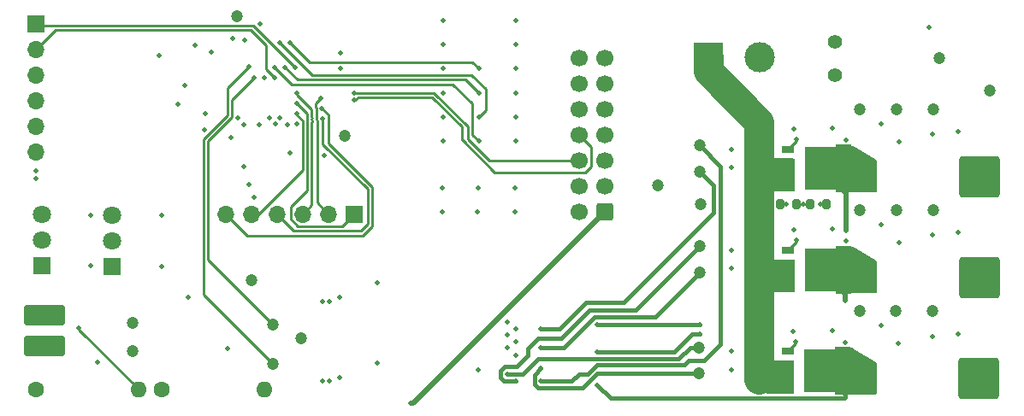
<source format=gbl>
G04 #@! TF.GenerationSoftware,KiCad,Pcbnew,(6.0.5)*
G04 #@! TF.CreationDate,2022-05-31T01:04:28-04:00*
G04 #@! TF.ProjectId,GoldESC,476f6c64-4553-4432-9e6b-696361645f70,rev?*
G04 #@! TF.SameCoordinates,Original*
G04 #@! TF.FileFunction,Copper,L4,Bot*
G04 #@! TF.FilePolarity,Positive*
%FSLAX46Y46*%
G04 Gerber Fmt 4.6, Leading zero omitted, Abs format (unit mm)*
G04 Created by KiCad (PCBNEW (6.0.5)) date 2022-05-31 01:04:28*
%MOMM*%
%LPD*%
G01*
G04 APERTURE LIST*
G04 Aperture macros list*
%AMRoundRect*
0 Rectangle with rounded corners*
0 $1 Rounding radius*
0 $2 $3 $4 $5 $6 $7 $8 $9 X,Y pos of 4 corners*
0 Add a 4 corners polygon primitive as box body*
4,1,4,$2,$3,$4,$5,$6,$7,$8,$9,$2,$3,0*
0 Add four circle primitives for the rounded corners*
1,1,$1+$1,$2,$3*
1,1,$1+$1,$4,$5*
1,1,$1+$1,$6,$7*
1,1,$1+$1,$8,$9*
0 Add four rect primitives between the rounded corners*
20,1,$1+$1,$2,$3,$4,$5,0*
20,1,$1+$1,$4,$5,$6,$7,0*
20,1,$1+$1,$6,$7,$8,$9,0*
20,1,$1+$1,$8,$9,$2,$3,0*%
%AMFreePoly0*
4,1,9,2.975000,-2.350000,1.425000,-2.350000,1.425000,-2.100000,-1.650000,-2.100000,-1.650000,2.100000,1.425000,2.100000,1.425000,2.350000,2.975000,2.350000,2.975000,-2.350000,2.975000,-2.350000,$1*%
G04 Aperture macros list end*
G04 #@! TA.AperFunction,ComponentPad*
%ADD10C,1.200000*%
G04 #@! TD*
G04 #@! TA.AperFunction,ComponentPad*
%ADD11R,3.000000X3.000000*%
G04 #@! TD*
G04 #@! TA.AperFunction,ComponentPad*
%ADD12C,3.000000*%
G04 #@! TD*
G04 #@! TA.AperFunction,ComponentPad*
%ADD13R,1.700000X1.700000*%
G04 #@! TD*
G04 #@! TA.AperFunction,ComponentPad*
%ADD14O,1.700000X1.700000*%
G04 #@! TD*
G04 #@! TA.AperFunction,ComponentPad*
%ADD15R,1.800000X1.800000*%
G04 #@! TD*
G04 #@! TA.AperFunction,ComponentPad*
%ADD16C,1.800000*%
G04 #@! TD*
G04 #@! TA.AperFunction,ComponentPad*
%ADD17C,1.600000*%
G04 #@! TD*
G04 #@! TA.AperFunction,ComponentPad*
%ADD18O,1.600000X1.600000*%
G04 #@! TD*
G04 #@! TA.AperFunction,ComponentPad*
%ADD19RoundRect,0.250000X-1.000000X1.000000X-1.000000X-1.000000X1.000000X-1.000000X1.000000X1.000000X0*%
G04 #@! TD*
G04 #@! TA.AperFunction,ComponentPad*
%ADD20RoundRect,0.250000X-1.000000X-1.000000X1.000000X-1.000000X1.000000X1.000000X-1.000000X1.000000X0*%
G04 #@! TD*
G04 #@! TA.AperFunction,ComponentPad*
%ADD21RoundRect,0.250000X1.000000X1.000000X-1.000000X1.000000X-1.000000X-1.000000X1.000000X-1.000000X0*%
G04 #@! TD*
G04 #@! TA.AperFunction,ComponentPad*
%ADD22RoundRect,0.250000X1.000000X-1.000000X1.000000X1.000000X-1.000000X1.000000X-1.000000X-1.000000X0*%
G04 #@! TD*
G04 #@! TA.AperFunction,ComponentPad*
%ADD23C,1.400000*%
G04 #@! TD*
G04 #@! TA.AperFunction,ComponentPad*
%ADD24RoundRect,0.200000X1.050000X-0.800000X1.050000X0.800000X-1.050000X0.800000X-1.050000X-0.800000X0*%
G04 #@! TD*
G04 #@! TA.AperFunction,ComponentPad*
%ADD25RoundRect,0.200000X-1.050000X0.800000X-1.050000X-0.800000X1.050000X-0.800000X1.050000X0.800000X0*%
G04 #@! TD*
G04 #@! TA.AperFunction,ComponentPad*
%ADD26RoundRect,0.250000X0.600000X0.600000X-0.600000X0.600000X-0.600000X-0.600000X0.600000X-0.600000X0*%
G04 #@! TD*
G04 #@! TA.AperFunction,ComponentPad*
%ADD27C,1.700000*%
G04 #@! TD*
G04 #@! TA.AperFunction,SMDPad,CuDef*
%ADD28R,1.150000X0.700000*%
G04 #@! TD*
G04 #@! TA.AperFunction,SMDPad,CuDef*
%ADD29FreePoly0,0.000000*%
G04 #@! TD*
G04 #@! TA.AperFunction,SMDPad,CuDef*
%ADD30RoundRect,0.200000X0.200000X0.275000X-0.200000X0.275000X-0.200000X-0.275000X0.200000X-0.275000X0*%
G04 #@! TD*
G04 #@! TA.AperFunction,ViaPad*
%ADD31C,0.508000*%
G04 #@! TD*
G04 #@! TA.AperFunction,Conductor*
%ADD32C,0.254000*%
G04 #@! TD*
G04 #@! TA.AperFunction,Conductor*
%ADD33C,3.000000*%
G04 #@! TD*
G04 #@! TA.AperFunction,Conductor*
%ADD34C,0.508000*%
G04 #@! TD*
G04 #@! TA.AperFunction,Conductor*
%ADD35C,0.400000*%
G04 #@! TD*
G04 APERTURE END LIST*
D10*
X230349000Y-88834000D03*
D11*
X208160000Y-63700000D03*
D12*
X213240000Y-63700000D03*
D10*
X151180000Y-92800000D03*
X207300000Y-82400000D03*
X163000000Y-85800000D03*
D13*
X141600000Y-60400000D03*
D14*
X141600000Y-62940000D03*
X141600000Y-65480000D03*
X141600000Y-68020000D03*
X141600000Y-70560000D03*
X141600000Y-73100000D03*
D10*
X172200000Y-71450000D03*
X236050000Y-66950000D03*
X207300000Y-72400000D03*
X230400000Y-78800000D03*
X151180000Y-90000000D03*
X223200000Y-78800000D03*
X207249000Y-95034000D03*
D15*
X142225000Y-84340000D03*
D16*
X142225000Y-81800000D03*
X142225000Y-79260000D03*
D10*
X161500000Y-59600000D03*
D17*
X141600000Y-96600000D03*
D18*
X151760000Y-96600000D03*
D10*
X207249000Y-92434000D03*
D13*
X173125000Y-79225000D03*
D14*
X170585000Y-79225000D03*
X168045000Y-79225000D03*
X165505000Y-79225000D03*
X162965000Y-79225000D03*
X160425000Y-79225000D03*
D19*
X235766000Y-74734000D03*
D20*
X234234000Y-74734000D03*
D21*
X235766000Y-76266000D03*
D22*
X234234000Y-76266000D03*
D10*
X226800000Y-78800000D03*
X207400000Y-78200000D03*
D17*
X154100000Y-96600000D03*
D18*
X164260000Y-96600000D03*
D23*
X220700000Y-65450000D03*
X220700000Y-62150000D03*
D22*
X234234000Y-86266000D03*
D21*
X235766000Y-86266000D03*
D20*
X234234000Y-84734000D03*
D19*
X235766000Y-84734000D03*
D15*
X149200000Y-84440000D03*
D16*
X149200000Y-81900000D03*
X149200000Y-79360000D03*
D24*
X141734000Y-89276000D03*
D25*
X143266000Y-89276000D03*
X143266000Y-92324000D03*
D24*
X141734000Y-92324000D03*
D26*
X197940000Y-79020000D03*
D27*
X195400000Y-79020000D03*
X197940000Y-76480000D03*
X195400000Y-76480000D03*
X197940000Y-73940000D03*
X195400000Y-73940000D03*
X197940000Y-71400000D03*
X195400000Y-71400000D03*
X197940000Y-68860000D03*
X195400000Y-68860000D03*
X197940000Y-66320000D03*
X195400000Y-66320000D03*
X197940000Y-63780000D03*
X195400000Y-63780000D03*
D10*
X226800000Y-68800000D03*
X165080000Y-90200000D03*
X230400000Y-68800000D03*
X226749000Y-88834000D03*
X207300000Y-85000000D03*
X165080000Y-94100000D03*
X223149000Y-88834000D03*
X207300000Y-75000000D03*
X231000000Y-63800000D03*
X167850000Y-91550000D03*
X203200000Y-76350000D03*
X223200000Y-68800000D03*
D21*
X235715000Y-96300000D03*
D20*
X234183000Y-94768000D03*
D22*
X234183000Y-96300000D03*
D19*
X235715000Y-94768000D03*
D28*
X216081000Y-76626000D03*
X216081000Y-75356000D03*
X216081000Y-74076000D03*
X216081000Y-72806000D03*
D29*
X219351000Y-74716000D03*
D30*
X219888096Y-78200000D03*
X218238096Y-78200000D03*
D28*
X216081000Y-86626000D03*
X216081000Y-85356000D03*
X216081000Y-84076000D03*
X216081000Y-82806000D03*
D29*
X219351000Y-84716000D03*
D28*
X216030000Y-96660000D03*
X216030000Y-95390000D03*
X216030000Y-94110000D03*
X216030000Y-92840000D03*
D29*
X219300000Y-94750000D03*
D30*
X216925000Y-78200000D03*
X215275000Y-78200000D03*
D31*
X223615000Y-94100000D03*
X224116000Y-86766000D03*
X224616000Y-86266000D03*
X223666000Y-86266000D03*
X223166000Y-85716000D03*
X230378500Y-81328500D03*
X227016000Y-82016000D03*
X221800000Y-80900000D03*
X232865000Y-91100000D03*
X225265000Y-90300000D03*
X220415000Y-90750000D03*
X216849000Y-91834000D03*
X224566000Y-85216000D03*
X223666000Y-85166000D03*
X224116000Y-84666000D03*
X222716000Y-86266000D03*
X221800000Y-81900000D03*
X161628353Y-69669500D03*
X162190295Y-70370040D03*
X160900000Y-71650000D03*
X164200000Y-65750000D03*
X162169500Y-74554541D03*
X162668784Y-76284011D03*
X163250000Y-77544544D03*
X185400000Y-76600000D03*
X164750000Y-69650000D03*
X185350000Y-79000000D03*
X163755428Y-70369500D03*
X166750000Y-62200000D03*
X185450000Y-64800000D03*
X185450000Y-72000000D03*
X165250000Y-64650000D03*
X166250000Y-64650000D03*
X185450000Y-67200000D03*
X165750000Y-62200000D03*
X185450000Y-69600000D03*
X173150000Y-67200000D03*
X173150000Y-67950000D03*
X221800000Y-71900000D03*
X210500000Y-74600000D03*
X210500000Y-84600000D03*
X221749000Y-91934000D03*
X210449000Y-94634000D03*
X163250000Y-65750000D03*
X217600000Y-78200000D03*
X154065989Y-84400000D03*
X165330500Y-70289506D03*
X154100000Y-79300000D03*
X165750000Y-69650000D03*
X147050000Y-84300000D03*
X166491501Y-70343436D03*
X167419500Y-70255428D03*
X147050000Y-79300000D03*
X167450000Y-68250000D03*
X188300000Y-89900000D03*
X169850000Y-67750000D03*
X189100000Y-90600000D03*
X188300000Y-91200000D03*
X167450000Y-67250000D03*
X169981307Y-69756117D03*
X189100000Y-91900000D03*
X188300000Y-92500000D03*
X167450000Y-69250000D03*
X169941033Y-68745418D03*
X189100000Y-93200000D03*
X162669500Y-64623597D03*
X145850000Y-90500000D03*
X165250000Y-65750000D03*
X167250000Y-64650000D03*
X158400000Y-69300000D03*
X156400000Y-66500000D03*
X215900000Y-78200000D03*
X189100000Y-64800000D03*
X189100000Y-60000000D03*
X189100000Y-62400000D03*
X230000000Y-60700000D03*
X189100000Y-67200000D03*
X160627500Y-92527500D03*
X216600000Y-80800000D03*
X216549000Y-90834000D03*
X216600000Y-70800000D03*
X171700000Y-95400000D03*
X166750000Y-73150000D03*
X175400000Y-86062500D03*
X153825000Y-63475000D03*
X155700000Y-68300000D03*
X189000000Y-76600000D03*
X227016000Y-72016000D03*
X226965000Y-92050000D03*
X232916000Y-71066000D03*
X232916000Y-81066000D03*
X189000000Y-79000000D03*
X147700000Y-93900000D03*
X162250000Y-61950000D03*
X189100000Y-72000000D03*
X163800000Y-60400000D03*
X175400000Y-94000000D03*
X189100000Y-69600000D03*
X225316000Y-70266000D03*
X225316000Y-80266000D03*
X171700000Y-87500000D03*
X157400000Y-62500000D03*
X185425000Y-94625000D03*
X220466000Y-70716000D03*
X220466000Y-80716000D03*
X171800000Y-64775000D03*
X181962500Y-72000000D03*
X170000000Y-87900000D03*
X159012500Y-63137500D03*
X181862500Y-76600000D03*
X181962500Y-67200000D03*
X181962500Y-64800000D03*
X161112500Y-61787500D03*
X170150000Y-73400000D03*
X219300000Y-78200000D03*
X158293843Y-70893843D03*
X181850000Y-79000000D03*
X181962500Y-62400000D03*
X170700000Y-87900000D03*
X181962500Y-60000000D03*
X230378500Y-71328500D03*
X230327500Y-91362500D03*
X181962500Y-69600000D03*
X171800000Y-63225000D03*
X156700000Y-87500000D03*
X178725000Y-98000000D03*
X141600000Y-75700000D03*
X170000000Y-95800000D03*
X141600000Y-74900000D03*
X170700000Y-95800000D03*
X207300000Y-90200000D03*
X224566000Y-74116000D03*
X222716000Y-76266000D03*
X222716000Y-75216000D03*
X223166000Y-76766000D03*
X224566000Y-75216000D03*
X224116000Y-75716000D03*
X223166000Y-75716000D03*
X223666000Y-74066000D03*
X223666000Y-75166000D03*
X223666000Y-76266000D03*
X224116000Y-76766000D03*
X222766000Y-74066000D03*
X224616000Y-76266000D03*
X197200000Y-90200000D03*
X223166000Y-74666000D03*
X224116000Y-74666000D03*
X191600000Y-90600000D03*
X224566000Y-84116000D03*
X221750000Y-87800000D03*
X222716000Y-85216000D03*
X223166000Y-86766000D03*
X224116000Y-85716000D03*
X197200000Y-92896980D03*
X207300000Y-91150000D03*
X223666000Y-84066000D03*
X222766000Y-84066000D03*
X223166000Y-84666000D03*
X191600000Y-92500000D03*
X224515000Y-94150000D03*
X222665000Y-96300000D03*
X222665000Y-95250000D03*
X223115000Y-96800000D03*
X224515000Y-95250000D03*
X224065000Y-95750000D03*
X223115000Y-95750000D03*
X223615000Y-95200000D03*
X223615000Y-96300000D03*
X224065000Y-96800000D03*
X222715000Y-94100000D03*
X224565000Y-96300000D03*
X197200000Y-96200000D03*
X223115000Y-94700000D03*
X224065000Y-94700000D03*
X191600000Y-94500000D03*
X191600000Y-95800000D03*
X189100000Y-95800000D03*
X188300000Y-95100000D03*
X216900000Y-71800000D03*
X210500000Y-72800000D03*
X216900000Y-81800000D03*
X210500000Y-82800000D03*
X210449000Y-92834000D03*
D32*
X184800000Y-64150000D02*
X168700000Y-64150000D01*
X168700000Y-64150000D02*
X166750000Y-62200000D01*
X185450000Y-64800000D02*
X184800000Y-64150000D01*
X182900000Y-66350000D02*
X166950000Y-66350000D01*
X184800000Y-71350000D02*
X184800000Y-68250000D01*
X185450000Y-72000000D02*
X184800000Y-71350000D01*
X166950000Y-66350000D02*
X165250000Y-64650000D01*
X184800000Y-68250000D02*
X182900000Y-66350000D01*
X185450000Y-67200000D02*
X184146480Y-65896480D01*
X184146480Y-65896480D02*
X167496480Y-65896480D01*
X167496480Y-65896480D02*
X166250000Y-64650000D01*
X165750000Y-62200000D02*
X168992960Y-65442960D01*
X184742960Y-65442960D02*
X186150000Y-66850000D01*
X168992960Y-65442960D02*
X184742960Y-65442960D01*
X186150000Y-68900000D02*
X185450000Y-69600000D01*
X186150000Y-66850000D02*
X186150000Y-68900000D01*
X173150000Y-67200000D02*
X181024842Y-67200000D01*
X181024842Y-67200000D02*
X184346480Y-70521638D01*
X184346480Y-71796480D02*
X186490000Y-73940000D01*
X186490000Y-73940000D02*
X195400000Y-73940000D01*
X184346480Y-70521638D02*
X184346480Y-71796480D01*
X173150000Y-67950000D02*
X173220968Y-67950000D01*
X195400000Y-71400000D02*
X196576511Y-72576511D01*
X183750000Y-70566532D02*
X183750000Y-71850000D01*
X180836988Y-67653520D02*
X183750000Y-70566532D01*
X196576511Y-74523489D02*
X195983489Y-75116511D01*
X173517448Y-67653520D02*
X180836988Y-67653520D01*
X173220968Y-67950000D02*
X173517448Y-67653520D01*
X187025137Y-75116511D02*
X183750000Y-71841374D01*
X195983489Y-75116511D02*
X187025137Y-75116511D01*
X183750000Y-71841374D02*
X183750000Y-71650000D01*
X196576511Y-72576511D02*
X196576511Y-74523489D01*
X165080000Y-90200000D02*
X158653511Y-83773511D01*
X158653511Y-71996489D02*
X161049022Y-69600978D01*
X161049022Y-67950978D02*
X163250000Y-65750000D01*
X161049022Y-69600978D02*
X161049022Y-67950978D01*
X158653511Y-83773511D02*
X158653511Y-71996489D01*
X218238096Y-78200000D02*
X216925000Y-78200000D01*
X166868489Y-78481511D02*
X166868489Y-79718489D01*
X167551511Y-80401511D02*
X171948489Y-80401511D01*
X168453509Y-69762431D02*
X168453511Y-69762433D01*
X168453509Y-69762428D02*
X168453509Y-69762431D01*
X168453509Y-69386729D02*
X168453509Y-69578750D01*
X168453511Y-69876689D02*
X168489642Y-69985081D01*
X168453511Y-69386727D02*
X168453509Y-69386729D01*
X171948489Y-80401511D02*
X173125000Y-79225000D01*
X168450000Y-75041361D02*
X168450000Y-76900000D01*
X168453511Y-75037851D02*
X168450000Y-75041361D01*
X168453511Y-70057343D02*
X168453511Y-75037851D01*
X167450000Y-68250000D02*
X168453511Y-69253511D01*
X168453511Y-69253511D02*
X168453511Y-69386727D01*
X168489642Y-69985081D02*
X168453511Y-70057343D01*
X168453511Y-69762433D02*
X168453511Y-69876689D01*
X168453507Y-69762425D02*
X168453509Y-69762428D01*
X166868489Y-79718489D02*
X167551511Y-80401511D01*
X168453509Y-69578750D02*
X168453507Y-69762425D01*
X168450000Y-76900000D02*
X166868489Y-78481511D01*
X169353511Y-68246489D02*
X169353511Y-68662150D01*
X169416598Y-69571906D02*
X169375874Y-69775521D01*
X169360533Y-68669173D02*
X169360533Y-69487808D01*
X169850000Y-67750000D02*
X169353511Y-68246489D01*
X169468926Y-70054678D02*
X169468926Y-78108926D01*
X169360533Y-69487808D02*
X169416598Y-69571906D01*
X169468926Y-78108926D02*
X170585000Y-79225000D01*
X169353511Y-68662150D02*
X169360533Y-68669173D01*
X169375874Y-69775521D02*
X169468926Y-70054678D01*
X168979284Y-70019879D02*
X168907022Y-70164402D01*
X167450000Y-67250000D02*
X167450000Y-67400001D01*
X168907022Y-74377857D02*
X168907022Y-78362978D01*
X167450000Y-67400001D02*
X168907022Y-68857023D01*
X168907022Y-68857023D02*
X168907022Y-69625119D01*
X168907022Y-78362978D02*
X168045000Y-79225000D01*
X168907024Y-74190006D02*
X168907022Y-74377857D01*
X168907551Y-69804679D02*
X168979284Y-70019879D01*
X168907022Y-74190004D02*
X168907024Y-74190006D01*
X168907022Y-70164402D02*
X168907022Y-74190004D01*
X168907022Y-69625119D02*
X168935053Y-69667166D01*
X168935053Y-69667166D02*
X168907551Y-69804679D01*
X169981307Y-72281307D02*
X169981307Y-69756117D01*
X174446489Y-76746489D02*
X169981307Y-72281307D01*
X173803616Y-80855022D02*
X174446489Y-80212149D01*
X167135022Y-80855022D02*
X173803616Y-80855022D01*
X174446489Y-80212149D02*
X174446489Y-76746489D01*
X165505000Y-79225000D02*
X167135022Y-80855022D01*
X167999998Y-69950278D02*
X167999998Y-69950282D01*
X163625000Y-79225000D02*
X162965000Y-79225000D01*
X168000000Y-74850000D02*
X163625000Y-79225000D01*
X167450000Y-69400280D02*
X167999998Y-69950278D01*
X167999998Y-69950282D02*
X168000000Y-69950283D01*
X168000000Y-69950283D02*
X168000000Y-74850000D01*
X167450000Y-69250000D02*
X167450000Y-69400280D01*
X170561808Y-69996569D02*
X170550000Y-70008377D01*
X170550000Y-69503857D02*
X170561808Y-69515665D01*
X170561808Y-69515665D02*
X170561808Y-69996569D01*
X169945418Y-68745418D02*
X170550000Y-69350000D01*
X170550000Y-72208638D02*
X174900000Y-76558639D01*
X173950000Y-81350000D02*
X162550000Y-81350000D01*
X174900000Y-76558639D02*
X174900000Y-80400000D01*
X169941033Y-68745418D02*
X169945418Y-68745418D01*
X162550000Y-81350000D02*
X160425000Y-79225000D01*
X174900000Y-80400000D02*
X173950000Y-81350000D01*
X170550000Y-70008377D02*
X170550000Y-72208638D01*
X170550000Y-69350000D02*
X170550000Y-69503857D01*
X160595511Y-69413127D02*
X158200000Y-71808639D01*
X158200000Y-87220000D02*
X165080000Y-94100000D01*
X160595511Y-66697586D02*
X160595511Y-69413127D01*
X162669500Y-64623597D02*
X160595511Y-66697586D01*
X158200000Y-71808639D02*
X158200000Y-87220000D01*
X145850000Y-90500000D02*
X145850000Y-90650000D01*
X151760000Y-96560000D02*
X151760000Y-96600000D01*
X145850000Y-90650000D02*
X151760000Y-96560000D01*
X164400000Y-62500000D02*
X162903520Y-61003520D01*
X165250000Y-65750000D02*
X164400000Y-64900000D01*
X164400000Y-64900000D02*
X164400000Y-62500000D01*
X143536480Y-61003520D02*
X141600000Y-62940000D01*
X162903520Y-61003520D02*
X143536480Y-61003520D01*
X163559543Y-60980511D02*
X163129032Y-60550000D01*
X163129032Y-60550000D02*
X141750000Y-60550000D01*
X141750000Y-60550000D02*
X141600000Y-60400000D01*
X163580511Y-60980511D02*
X163559543Y-60980511D01*
X167250000Y-64650000D02*
X163580511Y-60980511D01*
D33*
X213200000Y-74600000D02*
X213200000Y-76350000D01*
X208160000Y-65060000D02*
X213200000Y-70100000D01*
X213200000Y-86200000D02*
X213200000Y-93850000D01*
D32*
X216030000Y-95390000D02*
X214740000Y-95390000D01*
X215900000Y-78200000D02*
X215275000Y-78200000D01*
X216081000Y-76626000D02*
X213476000Y-76626000D01*
X216030000Y-96660000D02*
X214260000Y-96660000D01*
X214740000Y-95390000D02*
X213200000Y-93850000D01*
D33*
X213200000Y-76350000D02*
X213200000Y-84550000D01*
D32*
X213626000Y-86626000D02*
X213200000Y-86200000D01*
D33*
X213200000Y-84550000D02*
X213200000Y-86200000D01*
X213200000Y-70100000D02*
X213200000Y-74600000D01*
D32*
X216081000Y-75356000D02*
X214194000Y-75356000D01*
X213674000Y-84076000D02*
X213200000Y-84550000D01*
D33*
X213200000Y-93850000D02*
X213200000Y-95600000D01*
D32*
X214260000Y-96660000D02*
X213200000Y-95600000D01*
X214194000Y-75356000D02*
X213200000Y-76350000D01*
X213724000Y-74076000D02*
X213200000Y-74600000D01*
X214006000Y-85356000D02*
X213200000Y-84550000D01*
X216081000Y-85356000D02*
X214006000Y-85356000D01*
X216081000Y-84076000D02*
X213674000Y-84076000D01*
X213476000Y-76626000D02*
X213200000Y-76350000D01*
X213460000Y-94110000D02*
X213200000Y-93850000D01*
X216081000Y-74076000D02*
X213724000Y-74076000D01*
X216030000Y-94110000D02*
X213460000Y-94110000D01*
D33*
X208160000Y-63700000D02*
X208160000Y-65060000D01*
D32*
X216081000Y-86626000D02*
X213626000Y-86626000D01*
X219300000Y-78200000D02*
X219888096Y-78200000D01*
D34*
X178960000Y-98000000D02*
X197940000Y-79020000D01*
X178725000Y-98000000D02*
X178960000Y-98000000D01*
D35*
X197200000Y-90200000D02*
X207300000Y-90200000D01*
D34*
X221800000Y-80900000D02*
X221800000Y-77165000D01*
X221800000Y-77165000D02*
X219351000Y-74716000D01*
D35*
X191600000Y-90600000D02*
X193450000Y-90600000D01*
X208700000Y-76400000D02*
X207300000Y-75000000D01*
X208700000Y-79100000D02*
X208700000Y-76400000D01*
X199800000Y-88000000D02*
X208700000Y-79100000D01*
X196050000Y-88000000D02*
X199800000Y-88000000D01*
X193450000Y-90600000D02*
X196050000Y-88000000D01*
X206550000Y-91150000D02*
X207300000Y-91150000D01*
X204803020Y-92896980D02*
X206550000Y-91150000D01*
D34*
X221750000Y-87800000D02*
X221750000Y-87115000D01*
X221750000Y-87115000D02*
X219351000Y-84716000D01*
D35*
X197200000Y-92896980D02*
X204803020Y-92896980D01*
X202900000Y-89400000D02*
X207300000Y-85000000D01*
X196950000Y-89400000D02*
X202900000Y-89400000D01*
X191600000Y-92500000D02*
X193850000Y-92500000D01*
X193850000Y-92500000D02*
X196950000Y-89400000D01*
X221700000Y-97400000D02*
X221700000Y-97150000D01*
X198499520Y-97499520D02*
X221600480Y-97499520D01*
X221700000Y-97150000D02*
X219300000Y-94750000D01*
X197200000Y-96200000D02*
X198499520Y-97499520D01*
X221600480Y-97499520D02*
X221700000Y-97400000D01*
X190946489Y-96096489D02*
X190946489Y-95153511D01*
X195718544Y-96453511D02*
X191303511Y-96453511D01*
X191303511Y-96453511D02*
X190946489Y-96096489D01*
X207249000Y-95034000D02*
X197138055Y-95034000D01*
X190946489Y-95153511D02*
X191600000Y-94500000D01*
X197138055Y-95034000D02*
X195718544Y-96453511D01*
X209400000Y-74500000D02*
X207300000Y-72400000D01*
X209400000Y-92100000D02*
X209400000Y-74500000D01*
X191600000Y-95800000D02*
X194650000Y-95800000D01*
X195350000Y-95100000D02*
X196224205Y-95100000D01*
X206200000Y-93750000D02*
X207750000Y-93750000D01*
X194650000Y-95800000D02*
X195350000Y-95100000D01*
X205800000Y-94150000D02*
X206200000Y-93750000D01*
X207750000Y-93750000D02*
X209400000Y-92100000D01*
X197174205Y-94150000D02*
X205800000Y-94150000D01*
X196224205Y-95100000D02*
X197174205Y-94150000D01*
X196400000Y-88750000D02*
X200950000Y-88750000D01*
X190300000Y-93250000D02*
X190300000Y-92550000D01*
X187600000Y-94750000D02*
X188000000Y-94350000D01*
X190300000Y-92550000D02*
X191350000Y-91500000D01*
X193650000Y-91500000D02*
X196400000Y-88750000D01*
X187950000Y-95800000D02*
X187600000Y-95450000D01*
X187600000Y-95450000D02*
X187600000Y-94750000D01*
X189200000Y-94350000D02*
X190300000Y-93250000D01*
X188000000Y-94350000D02*
X189200000Y-94350000D01*
X191350000Y-91500000D02*
X193650000Y-91500000D01*
X189100000Y-95800000D02*
X187950000Y-95800000D01*
X200950000Y-88750000D02*
X207300000Y-82400000D01*
X188300000Y-95100000D02*
X189800000Y-95100000D01*
X205249520Y-93550480D02*
X206366000Y-92434000D01*
X189800000Y-95100000D02*
X191349520Y-93550480D01*
X206366000Y-92434000D02*
X207249000Y-92434000D01*
X191349520Y-93550480D02*
X205249520Y-93550480D01*
D32*
X216900000Y-71800000D02*
X216900000Y-71987000D01*
X216900000Y-71987000D02*
X216081000Y-72806000D01*
X216900000Y-81800000D02*
X216900000Y-81987000D01*
X216900000Y-81800000D02*
X216900000Y-81987000D01*
X216900000Y-81987000D02*
X216081000Y-82806000D01*
X216900000Y-81987000D02*
X216081000Y-82806000D01*
X216849000Y-91834000D02*
X216849000Y-92021000D01*
X216849000Y-91834000D02*
X216849000Y-92021000D01*
X216849000Y-92021000D02*
X216030000Y-92840000D01*
X216849000Y-92021000D02*
X216030000Y-92840000D01*
G04 #@! TA.AperFunction,Conductor*
G36*
X216643039Y-73719685D02*
G01*
X216688794Y-73772489D01*
X216700000Y-73824000D01*
X216700000Y-76876000D01*
X216680315Y-76943039D01*
X216627511Y-76988794D01*
X216576000Y-77000000D01*
X214124000Y-77000000D01*
X214056961Y-76980315D01*
X214011206Y-76927511D01*
X214000000Y-76876000D01*
X214000000Y-73824000D01*
X214019685Y-73756961D01*
X214072489Y-73711206D01*
X214124000Y-73700000D01*
X216576000Y-73700000D01*
X216643039Y-73719685D01*
G37*
G04 #@! TD.AperFunction*
G04 #@! TA.AperFunction,Conductor*
G36*
X216643039Y-83719685D02*
G01*
X216688794Y-83772489D01*
X216700000Y-83824000D01*
X216700000Y-86876000D01*
X216680315Y-86943039D01*
X216627511Y-86988794D01*
X216576000Y-87000000D01*
X214124000Y-87000000D01*
X214056961Y-86980315D01*
X214011206Y-86927511D01*
X214000000Y-86876000D01*
X214000000Y-83824000D01*
X214019685Y-83756961D01*
X214072489Y-83711206D01*
X214124000Y-83700000D01*
X216576000Y-83700000D01*
X216643039Y-83719685D01*
G37*
G04 #@! TD.AperFunction*
G04 #@! TA.AperFunction,Conductor*
G36*
X216592039Y-93753685D02*
G01*
X216637794Y-93806489D01*
X216649000Y-93858000D01*
X216649000Y-96910000D01*
X216629315Y-96977039D01*
X216576511Y-97022794D01*
X216525000Y-97034000D01*
X214073000Y-97034000D01*
X214005961Y-97014315D01*
X213960206Y-96961511D01*
X213949000Y-96910000D01*
X213949000Y-93858000D01*
X213968685Y-93790961D01*
X214021489Y-93745206D01*
X214073000Y-93734000D01*
X216525000Y-93734000D01*
X216592039Y-93753685D01*
G37*
G04 #@! TD.AperFunction*
G04 #@! TA.AperFunction,Conductor*
G36*
X222443015Y-72442363D02*
G01*
X222459996Y-72450703D01*
X222826882Y-72666519D01*
X224803885Y-73829462D01*
X224852459Y-73881241D01*
X224866000Y-73938066D01*
X224866000Y-76940000D01*
X224845998Y-77008121D01*
X224792342Y-77054614D01*
X224740000Y-77066000D01*
X221790667Y-77066000D01*
X221722546Y-77045998D01*
X221676053Y-76992342D01*
X221664674Y-76941340D01*
X221620518Y-72790621D01*
X221639794Y-72722292D01*
X221692952Y-72675231D01*
X221763174Y-72664388D01*
X221774342Y-72665878D01*
X221783930Y-72667157D01*
X221790941Y-72666519D01*
X221790945Y-72666519D01*
X221947273Y-72652292D01*
X221947275Y-72652292D01*
X221954292Y-72651653D01*
X221960990Y-72649477D01*
X221960993Y-72649476D01*
X222110289Y-72600966D01*
X222110291Y-72600965D01*
X222116985Y-72598790D01*
X222263924Y-72511197D01*
X222269030Y-72506335D01*
X222309220Y-72468063D01*
X222372345Y-72435570D01*
X222443015Y-72442363D01*
G37*
G04 #@! TD.AperFunction*
G04 #@! TA.AperFunction,Conductor*
G36*
X222392015Y-92476363D02*
G01*
X222408996Y-92484703D01*
X222775882Y-92700519D01*
X224752885Y-93863462D01*
X224801459Y-93915241D01*
X224815000Y-93972066D01*
X224815000Y-96974000D01*
X224794998Y-97042121D01*
X224741342Y-97088614D01*
X224689000Y-97100000D01*
X221739667Y-97100000D01*
X221671546Y-97079998D01*
X221625053Y-97026342D01*
X221613674Y-96975340D01*
X221569518Y-92824621D01*
X221588794Y-92756292D01*
X221641952Y-92709231D01*
X221712174Y-92698388D01*
X221723342Y-92699878D01*
X221732930Y-92701157D01*
X221739941Y-92700519D01*
X221739945Y-92700519D01*
X221896273Y-92686292D01*
X221896275Y-92686292D01*
X221903292Y-92685653D01*
X221909990Y-92683477D01*
X221909993Y-92683476D01*
X222059289Y-92634966D01*
X222059291Y-92634965D01*
X222065985Y-92632790D01*
X222212924Y-92545197D01*
X222218030Y-92540335D01*
X222258220Y-92502063D01*
X222321345Y-92469570D01*
X222392015Y-92476363D01*
G37*
G04 #@! TD.AperFunction*
G04 #@! TA.AperFunction,Conductor*
G36*
X222443015Y-82442363D02*
G01*
X222459996Y-82450703D01*
X222826882Y-82666519D01*
X224803885Y-83829462D01*
X224852459Y-83881241D01*
X224866000Y-83938066D01*
X224866000Y-86940000D01*
X224845998Y-87008121D01*
X224792342Y-87054614D01*
X224740000Y-87066000D01*
X221790667Y-87066000D01*
X221722546Y-87045998D01*
X221676053Y-86992342D01*
X221664674Y-86941340D01*
X221620518Y-82790621D01*
X221639794Y-82722292D01*
X221692952Y-82675231D01*
X221763174Y-82664388D01*
X221774342Y-82665878D01*
X221783930Y-82667157D01*
X221790941Y-82666519D01*
X221790945Y-82666519D01*
X221947273Y-82652292D01*
X221947275Y-82652292D01*
X221954292Y-82651653D01*
X221960990Y-82649477D01*
X221960993Y-82649476D01*
X222110289Y-82600966D01*
X222110291Y-82600965D01*
X222116985Y-82598790D01*
X222263924Y-82511197D01*
X222269030Y-82506335D01*
X222309220Y-82468063D01*
X222372345Y-82435570D01*
X222443015Y-82442363D01*
G37*
G04 #@! TD.AperFunction*
G04 #@! TA.AperFunction,Conductor*
G36*
X222392015Y-92476363D02*
G01*
X222408996Y-92484703D01*
X222775882Y-92700519D01*
X224752885Y-93863462D01*
X224801459Y-93915241D01*
X224815000Y-93972066D01*
X224815000Y-96974000D01*
X224794998Y-97042121D01*
X224741342Y-97088614D01*
X224689000Y-97100000D01*
X221739667Y-97100000D01*
X221671546Y-97079998D01*
X221625053Y-97026342D01*
X221613674Y-96975340D01*
X221569518Y-92824621D01*
X221588794Y-92756292D01*
X221641952Y-92709231D01*
X221712174Y-92698388D01*
X221723342Y-92699878D01*
X221732930Y-92701157D01*
X221739941Y-92700519D01*
X221739945Y-92700519D01*
X221896273Y-92686292D01*
X221896275Y-92686292D01*
X221903292Y-92685653D01*
X221909990Y-92683477D01*
X221909993Y-92683476D01*
X222059289Y-92634966D01*
X222059291Y-92634965D01*
X222065985Y-92632790D01*
X222212924Y-92545197D01*
X222218030Y-92540335D01*
X222258220Y-92502063D01*
X222321345Y-92469570D01*
X222392015Y-92476363D01*
G37*
G04 #@! TD.AperFunction*
G04 #@! TA.AperFunction,Conductor*
G36*
X222443015Y-82442363D02*
G01*
X222459996Y-82450703D01*
X222826882Y-82666519D01*
X224803885Y-83829462D01*
X224852459Y-83881241D01*
X224866000Y-83938066D01*
X224866000Y-86940000D01*
X224845998Y-87008121D01*
X224792342Y-87054614D01*
X224740000Y-87066000D01*
X221790667Y-87066000D01*
X221722546Y-87045998D01*
X221676053Y-86992342D01*
X221664674Y-86941340D01*
X221620518Y-82790621D01*
X221639794Y-82722292D01*
X221692952Y-82675231D01*
X221763174Y-82664388D01*
X221774342Y-82665878D01*
X221783930Y-82667157D01*
X221790941Y-82666519D01*
X221790945Y-82666519D01*
X221947273Y-82652292D01*
X221947275Y-82652292D01*
X221954292Y-82651653D01*
X221960990Y-82649477D01*
X221960993Y-82649476D01*
X222110289Y-82600966D01*
X222110291Y-82600965D01*
X222116985Y-82598790D01*
X222263924Y-82511197D01*
X222269030Y-82506335D01*
X222309220Y-82468063D01*
X222372345Y-82435570D01*
X222443015Y-82442363D01*
G37*
G04 #@! TD.AperFunction*
G04 #@! TA.AperFunction,Conductor*
G36*
X222443015Y-82442363D02*
G01*
X222459996Y-82450703D01*
X222826882Y-82666519D01*
X224803885Y-83829462D01*
X224852459Y-83881241D01*
X224866000Y-83938066D01*
X224866000Y-86940000D01*
X224845998Y-87008121D01*
X224792342Y-87054614D01*
X224740000Y-87066000D01*
X221790667Y-87066000D01*
X221722546Y-87045998D01*
X221676053Y-86992342D01*
X221664674Y-86941340D01*
X221620518Y-82790621D01*
X221639794Y-82722292D01*
X221692952Y-82675231D01*
X221763174Y-82664388D01*
X221774342Y-82665878D01*
X221783930Y-82667157D01*
X221790941Y-82666519D01*
X221790945Y-82666519D01*
X221947273Y-82652292D01*
X221947275Y-82652292D01*
X221954292Y-82651653D01*
X221960990Y-82649477D01*
X221960993Y-82649476D01*
X222110289Y-82600966D01*
X222110291Y-82600965D01*
X222116985Y-82598790D01*
X222263924Y-82511197D01*
X222269030Y-82506335D01*
X222309220Y-82468063D01*
X222372345Y-82435570D01*
X222443015Y-82442363D01*
G37*
G04 #@! TD.AperFunction*
G04 #@! TA.AperFunction,Conductor*
G36*
X222392015Y-92476363D02*
G01*
X222408996Y-92484703D01*
X222775882Y-92700519D01*
X224752885Y-93863462D01*
X224801459Y-93915241D01*
X224815000Y-93972066D01*
X224815000Y-96974000D01*
X224794998Y-97042121D01*
X224741342Y-97088614D01*
X224689000Y-97100000D01*
X221739667Y-97100000D01*
X221671546Y-97079998D01*
X221625053Y-97026342D01*
X221613674Y-96975340D01*
X221569518Y-92824621D01*
X221588794Y-92756292D01*
X221641952Y-92709231D01*
X221712174Y-92698388D01*
X221723342Y-92699878D01*
X221732930Y-92701157D01*
X221739941Y-92700519D01*
X221739945Y-92700519D01*
X221896273Y-92686292D01*
X221896275Y-92686292D01*
X221903292Y-92685653D01*
X221909990Y-92683477D01*
X221909993Y-92683476D01*
X222059289Y-92634966D01*
X222059291Y-92634965D01*
X222065985Y-92632790D01*
X222212924Y-92545197D01*
X222218030Y-92540335D01*
X222258220Y-92502063D01*
X222321345Y-92469570D01*
X222392015Y-92476363D01*
G37*
G04 #@! TD.AperFunction*
G04 #@! TA.AperFunction,Conductor*
G36*
X222443015Y-82442363D02*
G01*
X222459996Y-82450703D01*
X222826882Y-82666519D01*
X224803885Y-83829462D01*
X224852459Y-83881241D01*
X224866000Y-83938066D01*
X224866000Y-86940000D01*
X224845998Y-87008121D01*
X224792342Y-87054614D01*
X224740000Y-87066000D01*
X221790667Y-87066000D01*
X221722546Y-87045998D01*
X221676053Y-86992342D01*
X221664674Y-86941340D01*
X221620518Y-82790621D01*
X221639794Y-82722292D01*
X221692952Y-82675231D01*
X221763174Y-82664388D01*
X221774342Y-82665878D01*
X221783930Y-82667157D01*
X221790941Y-82666519D01*
X221790945Y-82666519D01*
X221947273Y-82652292D01*
X221947275Y-82652292D01*
X221954292Y-82651653D01*
X221960990Y-82649477D01*
X221960993Y-82649476D01*
X222110289Y-82600966D01*
X222110291Y-82600965D01*
X222116985Y-82598790D01*
X222263924Y-82511197D01*
X222269030Y-82506335D01*
X222309220Y-82468063D01*
X222372345Y-82435570D01*
X222443015Y-82442363D01*
G37*
G04 #@! TD.AperFunction*
G04 #@! TA.AperFunction,Conductor*
G36*
X222392015Y-92476363D02*
G01*
X222408996Y-92484703D01*
X222775882Y-92700519D01*
X224752885Y-93863462D01*
X224801459Y-93915241D01*
X224815000Y-93972066D01*
X224815000Y-96974000D01*
X224794998Y-97042121D01*
X224741342Y-97088614D01*
X224689000Y-97100000D01*
X221739667Y-97100000D01*
X221671546Y-97079998D01*
X221625053Y-97026342D01*
X221613674Y-96975340D01*
X221569518Y-92824621D01*
X221588794Y-92756292D01*
X221641952Y-92709231D01*
X221712174Y-92698388D01*
X221723342Y-92699878D01*
X221732930Y-92701157D01*
X221739941Y-92700519D01*
X221739945Y-92700519D01*
X221896273Y-92686292D01*
X221896275Y-92686292D01*
X221903292Y-92685653D01*
X221909990Y-92683477D01*
X221909993Y-92683476D01*
X222059289Y-92634966D01*
X222059291Y-92634965D01*
X222065985Y-92632790D01*
X222212924Y-92545197D01*
X222218030Y-92540335D01*
X222258220Y-92502063D01*
X222321345Y-92469570D01*
X222392015Y-92476363D01*
G37*
G04 #@! TD.AperFunction*
M02*

</source>
